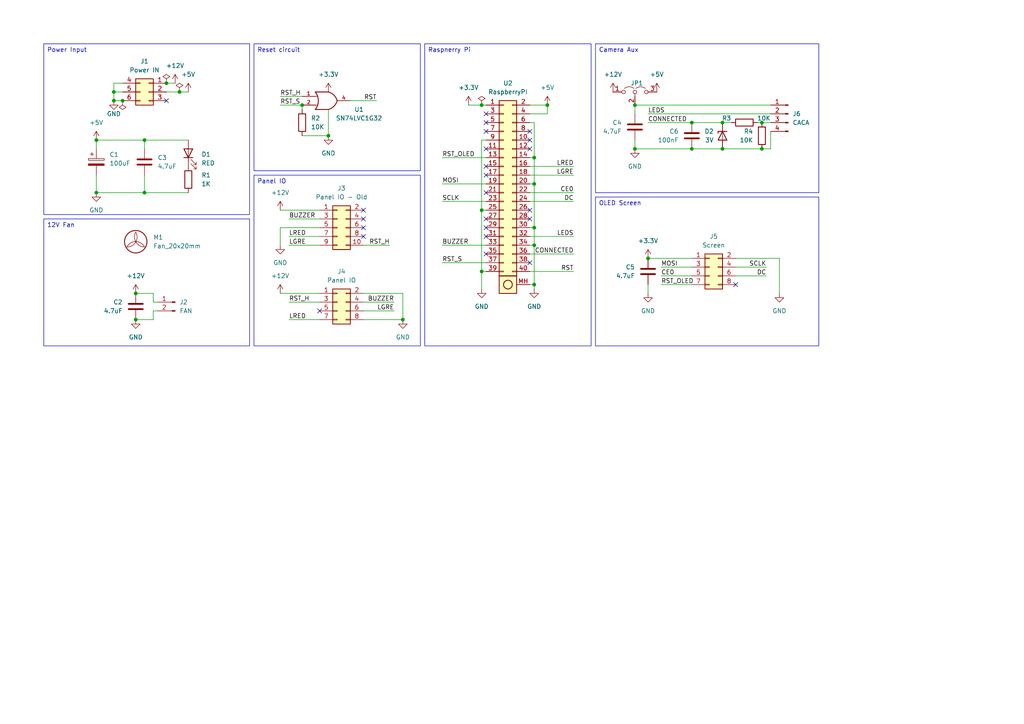
<source format=kicad_sch>
(kicad_sch (version 20230121) (generator eeschema)
  (paper "A4")
  (title_block (title "Carte IO Beacon") (date "2024-03-08") (rev "V3.3"))
  (lib_symbols
    (symbol "ComponentsEvo:Fan_20x20mm" (pin_names (offset 0))
      (property "Reference" "M" (at 0 6.35 0))
      (property "Value" "Fan_20x20mm" (at -6.35 -2.54 0))
      (symbol "Fan_20x20mm_0_1"
        (arc (start -2.54 -0.508) (mid 0.0028 0.9121) (end 0 3.81))
        (circle (center 0 1.016) (radius 3.2512) (stroke (width 0.254)))
        (arc (start 0 3.81) (mid 0.053 0.921) (end 2.54 -0.508))
        (arc (start 2.54 -0.508) (mid 0 1.0618) (end -2.54 -0.508))
      )
    )
    (symbol "ComponentsEvo:RaspberryPI" (pin_names (offset 1.016) hide)
      (property "Reference" "U" (at 0 26.67 0))
      (property "Value" "RaspberryPI" (at 0 -31.75 0))
      (symbol "RaspberryPI_0_1"
        (rectangle (start -2.54 -25.4) (end 2.54 -30.48) (stroke (width 0.254)) (fill (type background)))
        (circle (center 0 -27.94) (radius 1.27) (stroke (width 0.254)))
      )
      (symbol "RaspberryPI_1_1"
        (rectangle (start -2.54 -24.003) (end -1.27 -24.257) (stroke (width 0.1524)))
        (rectangle (start -2.54 -21.463) (end -1.27 -21.717) (stroke (width 0.1524)))
        (rectangle (start -2.54 -18.923) (end -1.27 -19.177) (stroke (width 0.1524)))
        (rectangle (start -2.54 -16.383) (end -1.27 -16.637) (stroke (width 0.1524)))
        (rectangle (start -2.54 -13.843) (end -1.27 -14.097) (stroke (width 0.1524)))
        (rectangle (start -2.54 -11.303) (end -1.27 -11.557) (stroke (width 0.1524)))
        (rectangle (start -2.54 -8.763) (end -1.27 -9.017) (stroke (width 0.1524)))
        (rectangle (start -2.54 -6.223) (end -1.27 -6.477) (stroke (width 0.1524)))
        (rectangle (start -2.54 -3.683) (end -1.27 -3.937) (stroke (width 0.1524)))
        (rectangle (start -2.54 -1.143) (end -1.27 -1.397) (stroke (width 0.1524)))
        (rectangle (start -2.54 1.397) (end -1.27 1.143) (stroke (width 0.1524)))
        (rectangle (start -2.54 3.937) (end -1.27 3.683) (stroke (width 0.1524)))
        (rectangle (start -2.54 6.477) (end -1.27 6.223) (stroke (width 0.1524)))
        (rectangle (start -2.54 9.017) (end -1.27 8.763) (stroke (width 0.1524)))
        (rectangle (start -2.54 11.557) (end -1.27 11.303) (stroke (width 0.1524)))
        (rectangle (start -2.54 14.097) (end -1.27 13.843) (stroke (width 0.1524)))
        (rectangle (start -2.54 16.637) (end -1.27 16.383) (stroke (width 0.1524)))
        (rectangle (start -2.54 19.177) (end -1.27 18.923) (stroke (width 0.1524)))
        (rectangle (start -2.54 21.717) (end -1.27 21.463) (stroke (width 0.1524)))
        (rectangle (start -2.54 24.257) (end -1.27 24.003) (stroke (width 0.1524)))
        (rectangle (start -2.54 25.4) (end 2.54 -25.4) (stroke (width 0.254)) (fill (type background)))
        (rectangle (start 2.54 -24.003) (end 1.27 -24.257) (stroke (width 0.1524)))
        (rectangle (start 2.54 -21.463) (end 1.27 -21.717) (stroke (width 0.1524)))
        (rectangle (start 2.54 -18.923) (end 1.27 -19.177) (stroke (width 0.1524)))
        (rectangle (start 2.54 -16.383) (end 1.27 -16.637) (stroke (width 0.1524)))
        (rectangle (start 2.54 -13.843) (end 1.27 -14.097) (stroke (width 0.1524)))
        (rectangle (start 2.54 -11.303) (end 1.27 -11.557) (stroke (width 0.1524)))
        (rectangle (start 2.54 -8.763) (end 1.27 -9.017) (stroke (width 0.1524)))
        (rectangle (start 2.54 -6.223) (end 1.27 -6.477) (stroke (width 0.1524)))
        (rectangle (start 2.54 -3.683) (end 1.27 -3.937) (stroke (width 0.1524)))
        (rectangle (start 2.54 -1.143) (end 1.27 -1.397) (stroke (width 0.1524)))
        (rectangle (start 2.54 1.397) (end 1.27 1.143) (stroke (width 0.1524)))
        (rectangle (start 2.54 3.937) (end 1.27 3.683) (stroke (width 0.1524)))
        (rectangle (start 2.54 6.477) (end 1.27 6.223) (stroke (width 0.1524)))
        (rectangle (start 2.54 9.017) (end 1.27 8.763) (stroke (width 0.1524)))
        (rectangle (start 2.54 11.557) (end 1.27 11.303) (stroke (width 0.1524)))
        (rectangle (start 2.54 14.097) (end 1.27 13.843) (stroke (width 0.1524)))
        (rectangle (start 2.54 16.637) (end 1.27 16.383) (stroke (width 0.1524)))
        (rectangle (start 2.54 19.177) (end 1.27 18.923) (stroke (width 0.1524)))
        (rectangle (start 2.54 21.717) (end 1.27 21.463) (stroke (width 0.1524)))
        (rectangle (start 2.54 24.257) (end 1.27 24.003) (stroke (width 0.1524)))
        (pin passive line (at -6.35 24.13 0) (length 3.81) (name "Pin_1") (number "1"))
        (pin passive line (at 6.35 13.97 180) (length 3.81) (name "Pin_10") (number "10"))
        (pin passive line (at -6.35 11.43 0) (length 3.81) (name "Pin_11") (number "11"))
        (pin passive line (at 6.35 11.43 180) (length 3.81) (name "Pin_12") (number "12"))
        (pin passive line (at -6.35 8.89 0) (length 3.81) (name "Pin_13") (number "13"))
        (pin passive line (at 6.35 8.89 180) (length 3.81) (name "Pin_14") (number "14"))
        (pin passive line (at -6.35 6.35 0) (length 3.81) (name "Pin_15") (number "15"))
        (pin passive line (at 6.35 6.35 180) (length 3.81) (name "Pin_16") (number "16"))
        (pin passive line (at -6.35 3.81 0) (length 3.81) (name "Pin_17") (number "17"))
        (pin passive line (at 6.35 3.81 180) (length 3.81) (name "Pin_18") (number "18"))
        (pin passive line (at -6.35 1.27 0) (length 3.81) (name "Pin_19") (number "19"))
        (pin passive line (at 6.35 24.13 180) (length 3.81) (name "Pin_2") (number "2"))
        (pin passive line (at 6.35 1.27 180) (length 3.81) (name "Pin_20") (number "20"))
        (pin passive line (at -6.35 -1.27 0) (length 3.81) (name "Pin_21") (number "21"))
        (pin passive line (at 6.35 -1.27 180) (length 3.81) (name "Pin_22") (number "22"))
        (pin passive line (at -6.35 -3.81 0) (length 3.81) (name "Pin_23") (number "23"))
        (pin passive line (at 6.35 -3.81 180) (length 3.81) (name "Pin_24") (number "24"))
        (pin passive line (at -6.35 -6.35 0) (length 3.81) (name "Pin_25") (number "25"))
        (pin passive line (at 6.35 -6.35 180) (length 3.81) (name "Pin_26") (number "26"))
        (pin passive line (at -6.35 -8.89 0) (length 3.81) (name "Pin_27") (number "27"))
        (pin passive line (at 6.35 -8.89 180) (length 3.81) (name "Pin_28") (number "28"))
        (pin passive line (at -6.35 -11.43 0) (length 3.81) (name "Pin_29") (number "29"))
        (pin passive line (at -6.35 21.59 0) (length 3.81) (name "Pin_3") (number "3"))
        (pin passive line (at 6.35 -11.43 180) (length 3.81) (name "Pin_30") (number "30"))
        (pin passive line (at -6.35 -13.97 0) (length 3.81) (name "Pin_31") (number "31"))
        (pin passive line (at 6.35 -13.97 180) (length 3.81) (name "Pin_32") (number "32"))
        (pin passive line (at -6.35 -16.51 0) (length 3.81) (name "Pin_33") (number "33"))
        (pin passive line (at 6.35 -16.51 180) (length 3.81) (name "Pin_34") (number "34"))
        (pin passive line (at -6.35 -19.05 0) (length 3.81) (name "Pin_35") (number "35"))
        (pin passive line (at 6.35 -19.05 180) (length 3.81) (name "Pin_36") (number "36"))
        (pin passive line (at -6.35 -21.59 0) (length 3.81) (name "Pin_37") (number "37"))
        (pin passive line (at 6.35 -21.59 180) (length 3.81) (name "Pin_38") (number "38"))
        (pin passive line (at -6.35 -24.13 0) (length 3.81) (name "Pin_39") (number "39"))
        (pin passive line (at 6.35 21.59 180) (length 3.81) (name "Pin_4") (number "4"))
        (pin passive line (at 6.35 -24.13 180) (length 3.81) (name "Pin_40") (number "40"))
        (pin passive line (at -6.35 19.05 0) (length 3.81) (name "Pin_5") (number "5"))
        (pin passive line (at 6.35 19.05 180) (length 3.81) (name "Pin_6") (number "6"))
        (pin passive line (at -6.35 16.51 0) (length 3.81) (name "Pin_7") (number "7"))
        (pin passive line (at 6.35 16.51 180) (length 3.81) (name "Pin_8") (number "8"))
        (pin passive line (at -6.35 13.97 0) (length 3.81) (name "Pin_9") (number "9"))
        (pin passive line (at 6.35 -27.94 180) (length 3.81) (name "MountingHoles") (number "MH"))
      )
    )
    (symbol "ComponentsEvo:SN74LVC1G32" (pin_names (offset 1.016) hide)
      (property "Reference" "U?" (at -0.635 7.62 0))
      (property "Value" "SN74LVC1G32" (at -0.635 5.08 0))
      (symbol "SN74LVC1G32_0_1"
        (arc (start -3.81 -2.54) (mid -2.919 0) (end -3.81 2.54) (stroke (width 0.254)))
        (arc (start 0 -2.54) (mid 1.5993 -1.6027) (end 2.54 0) (stroke (width 0.254)))
        (polyline (pts (xy -3.81 -1.27) (xy -3.175 -1.27)))
        (polyline (pts (xy -3.81 1.27) (xy -3.175 1.27)))
        (polyline (pts (xy 0 -2.54) (xy -3.81 -2.54)) (stroke (width 0.254)) (fill (type background)))
        (polyline (pts (xy 0 2.54) (xy -3.81 2.54)) (stroke (width 0.254)) (fill (type background)))
        (arc (start 2.54 0) (mid 1.6119 1.6152) (end 0 2.54) (stroke (width 0.254)))
      )
      (symbol "SN74LVC1G32_1_1"
        (pin input line (at -7.62 1.27 0) (length 3.81) (name "A") (number "1"))
        (pin input line (at -7.62 -1.27 0) (length 3.81) (name "B") (number "2"))
        (pin power_in line (at 0 -2.54 270) (length 0) hide (name "GND") (number "3"))
        (pin output line (at 6.35 0 180) (length 3.81) (name "S") (number "4"))
        (pin power_in line (at 0 2.54 90) (length 0) hide (name "VCC") (number "5"))
      )
    )
    (symbol "Connector:Conn_01x02_Pin" (pin_names (offset 1.016) hide)
      (property "Reference" "J" (at 0 2.54 0))
      (property "Value" "Conn_01x02_Pin" (at 0 -5.08 0))
      (symbol "Conn_01x02_Pin_1_1"
        (polyline (pts (xy 1.27 -2.54) (xy 0.8636 -2.54)) (stroke (width 0.1524)))
        (polyline (pts (xy 1.27 0) (xy 0.8636 0)) (stroke (width 0.1524)))
        (rectangle (start 0.8636 -2.413) (end 0 -2.667) (stroke (width 0.1524)) (fill (type outline)))
        (rectangle (start 0.8636 0.127) (end 0 -0.127) (stroke (width 0.1524)) (fill (type outline)))
        (pin passive line (at 5.08 0 180) (length 3.81) (name "Pin_1") (number "1"))
        (pin passive line (at 5.08 -2.54 180) (length 3.81) (name "Pin_2") (number "2"))
      )
    )
    (symbol "Connector:Conn_01x04_Pin" (pin_names (offset 1.016) hide)
      (property "Reference" "J" (at 0 5.08 0))
      (property "Value" "Conn_01x04_Pin" (at 0 -7.62 0))
      (symbol "Conn_01x04_Pin_1_1"
        (polyline (pts (xy 1.27 -5.08) (xy 0.8636 -5.08)) (stroke (width 0.1524)))
        (polyline (pts (xy 1.27 -2.54) (xy 0.8636 -2.54)) (stroke (width 0.1524)))
        (polyline (pts (xy 1.27 0) (xy 0.8636 0)) (stroke (width 0.1524)))
        (polyline (pts (xy 1.27 2.54) (xy 0.8636 2.54)) (stroke (width 0.1524)))
        (rectangle (start 0.8636 -4.953) (end 0 -5.207) (stroke (width 0.1524)) (fill (type outline)))
        (rectangle (start 0.8636 -2.413) (end 0 -2.667) (stroke (width 0.1524)) (fill (type outline)))
        (rectangle (start 0.8636 0.127) (end 0 -0.127) (stroke (width 0.1524)) (fill (type outline)))
        (rectangle (start 0.8636 2.667) (end 0 2.413) (stroke (width 0.1524)) (fill (type outline)))
        (pin passive line (at 5.08 2.54 180) (length 3.81) (name "Pin_1") (number "1"))
        (pin passive line (at 5.08 0 180) (length 3.81) (name "Pin_2") (number "2"))
        (pin passive line (at 5.08 -2.54 180) (length 3.81) (name "Pin_3") (number "3"))
        (pin passive line (at 5.08 -5.08 180) (length 3.81) (name "Pin_4") (number "4"))
      )
    )
    (symbol "Connector_Generic:Conn_02x03_Top_Bottom" (pin_names (offset 1.016) hide)
      (property "Reference" "J" (at 1.27 5.08 0))
      (property "Value" "Conn_02x03_Top_Bottom" (at 1.27 -5.08 0))
      (symbol "Conn_02x03_Top_Bottom_1_1"
        (rectangle (start -1.27 -2.413) (end 0 -2.667) (stroke (width 0.1524)))
        (rectangle (start -1.27 0.127) (end 0 -0.127) (stroke (width 0.1524)))
        (rectangle (start -1.27 2.667) (end 0 2.413) (stroke (width 0.1524)))
        (rectangle (start -1.27 3.81) (end 3.81 -3.81) (stroke (width 0.254)) (fill (type background)))
        (rectangle (start 3.81 -2.413) (end 2.54 -2.667) (stroke (width 0.1524)))
        (rectangle (start 3.81 0.127) (end 2.54 -0.127) (stroke (width 0.1524)))
        (rectangle (start 3.81 2.667) (end 2.54 2.413) (stroke (width 0.1524)))
        (pin passive line (at -5.08 2.54 0) (length 3.81) (name "Pin_1") (number "1"))
        (pin passive line (at -5.08 0 0) (length 3.81) (name "Pin_2") (number "2"))
        (pin passive line (at -5.08 -2.54 0) (length 3.81) (name "Pin_3") (number "3"))
        (pin passive line (at 7.62 2.54 180) (length 3.81) (name "Pin_4") (number "4"))
        (pin passive line (at 7.62 0 180) (length 3.81) (name "Pin_5") (number "5"))
        (pin passive line (at 7.62 -2.54 180) (length 3.81) (name "Pin_6") (number "6"))
      )
    )
    (symbol "Connector_Generic:Conn_02x04_Odd_Even" (pin_names (offset 1.016) hide)
      (property "Reference" "J" (at 1.27 5.08 0))
      (property "Value" "Conn_02x04_Odd_Even" (at 1.27 -7.62 0))
      (symbol "Conn_02x04_Odd_Even_1_1"
        (rectangle (start -1.27 -4.953) (end 0 -5.207) (stroke (width 0.1524)))
        (rectangle (start -1.27 -2.413) (end 0 -2.667) (stroke (width 0.1524)))
        (rectangle (start -1.27 0.127) (end 0 -0.127) (stroke (width 0.1524)))
        (rectangle (start -1.27 2.667) (end 0 2.413) (stroke (width 0.1524)))
        (rectangle (start -1.27 3.81) (end 3.81 -6.35) (stroke (width 0.254)) (fill (type background)))
        (rectangle (start 3.81 -4.953) (end 2.54 -5.207) (stroke (width 0.1524)))
        (rectangle (start 3.81 -2.413) (end 2.54 -2.667) (stroke (width 0.1524)))
        (rectangle (start 3.81 0.127) (end 2.54 -0.127) (stroke (width 0.1524)))
        (rectangle (start 3.81 2.667) (end 2.54 2.413) (stroke (width 0.1524)))
        (pin passive line (at -5.08 2.54 0) (length 3.81) (name "Pin_1") (number "1"))
        (pin passive line (at 7.62 2.54 180) (length 3.81) (name "Pin_2") (number "2"))
        (pin passive line (at -5.08 0 0) (length 3.81) (name "Pin_3") (number "3"))
        (pin passive line (at 7.62 0 180) (length 3.81) (name "Pin_4") (number "4"))
        (pin passive line (at -5.08 -2.54 0) (length 3.81) (name "Pin_5") (number "5"))
        (pin passive line (at 7.62 -2.54 180) (length 3.81) (name "Pin_6") (number "6"))
        (pin passive line (at -5.08 -5.08 0) (length 3.81) (name "Pin_7") (number "7"))
        (pin passive line (at 7.62 -5.08 180) (length 3.81) (name "Pin_8") (number "8"))
      )
    )
    (symbol "Connector_Generic:Conn_02x05_Odd_Even" (pin_names (offset 1.016) hide)
      (property "Reference" "J" (at 1.27 7.62 0))
      (property "Value" "Conn_02x05_Odd_Even" (at 1.27 -7.62 0))
      (symbol "Conn_02x05_Odd_Even_1_1"
        (rectangle (start -1.27 -4.953) (end 0 -5.207) (stroke (width 0.1524)))
        (rectangle (start -1.27 -2.413) (end 0 -2.667) (stroke (width 0.1524)))
        (rectangle (start -1.27 0.127) (end 0 -0.127) (stroke (width 0.1524)))
        (rectangle (start -1.27 2.667) (end 0 2.413) (stroke (width 0.1524)))
        (rectangle (start -1.27 5.207) (end 0 4.953) (stroke (width 0.1524)))
        (rectangle (start -1.27 6.35) (end 3.81 -6.35) (stroke (width 0.254)) (fill (type background)))
        (rectangle (start 3.81 -4.953) (end 2.54 -5.207) (stroke (width 0.1524)))
        (rectangle (start 3.81 -2.413) (end 2.54 -2.667) (stroke (width 0.1524)))
        (rectangle (start 3.81 0.127) (end 2.54 -0.127) (stroke (width 0.1524)))
        (rectangle (start 3.81 2.667) (end 2.54 2.413) (stroke (width 0.1524)))
        (rectangle (start 3.81 5.207) (end 2.54 4.953) (stroke (width 0.1524)))
        (pin passive line (at -5.08 5.08 0) (length 3.81) (name "Pin_1") (number "1"))
        (pin passive line (at 7.62 -5.08 180) (length 3.81) (name "Pin_10") (number "10"))
        (pin passive line (at 7.62 5.08 180) (length 3.81) (name "Pin_2") (number "2"))
        (pin passive line (at -5.08 2.54 0) (length 3.81) (name "Pin_3") (number "3"))
        (pin passive line (at 7.62 2.54 180) (length 3.81) (name "Pin_4") (number "4"))
        (pin passive line (at -5.08 0 0) (length 3.81) (name "Pin_5") (number "5"))
        (pin passive line (at 7.62 0 180) (length 3.81) (name "Pin_6") (number "6"))
        (pin passive line (at -5.08 -2.54 0) (length 3.81) (name "Pin_7") (number "7"))
        (pin passive line (at 7.62 -2.54 180) (length 3.81) (name "Pin_8") (number "8"))
        (pin passive line (at -5.08 -5.08 0) (length 3.81) (name "Pin_9") (number "9"))
      )
    )
    (symbol "Device:C" (pin_numbers hide) (pin_names (offset 0.254))
      (property "Reference" "C" (at 0.635 2.54 0))
      (property "Value" "C" (at 0.635 -2.54 0))
      (symbol "C_0_1"
        (polyline (pts (xy -2.032 -0.762) (xy 2.032 -0.762)) (stroke (width 0.508)))
        (polyline (pts (xy -2.032 0.762) (xy 2.032 0.762)) (stroke (width 0.508)))
      )
      (symbol "C_1_1"
        (pin passive line (at 0 3.81 270) (length 2.794) (name "~") (number "1"))
        (pin passive line (at 0 -3.81 90) (length 2.794) (name "~") (number "2"))
      )
    )
    (symbol "Device:C_Polarized" (pin_numbers hide) (pin_names (offset 0.254))
      (property "Reference" "C" (at 0.635 2.54 0))
      (property "Value" "C_Polarized" (at 0.635 -2.54 0))
      (symbol "C_Polarized_0_1"
        (rectangle (start -2.286 0.508) (end 2.286 1.016))
        (polyline (pts (xy -1.778 2.286) (xy -0.762 2.286)))
        (polyline (pts (xy -1.27 2.794) (xy -1.27 1.778)))
        (rectangle (start 2.286 -0.508) (end -2.286 -1.016) (fill (type outline)))
      )
      (symbol "C_Polarized_1_1"
        (pin passive line (at 0 3.81 270) (length 2.794) (name "~") (number "1"))
        (pin passive line (at 0 -3.81 90) (length 2.794) (name "~") (number "2"))
      )
    )
    (symbol "Device:D_Zener" (pin_numbers hide) (pin_names (offset 1.016) hide)
      (property "Reference" "D" (at 0 2.54 0))
      (property "Value" "D_Zener" (at 0 -2.54 0))
      (symbol "D_Zener_0_1"
        (polyline (pts (xy 1.27 0) (xy -1.27 0)))
        (polyline (pts (xy -1.27 -1.27) (xy -1.27 1.27) (xy -0.762 1.27)) (stroke (width 0.254)))
        (polyline (pts (xy 1.27 -1.27) (xy 1.27 1.27) (xy -1.27 0) (xy 1.27 -1.27)) (stroke (width 0.254)))
      )
      (symbol "D_Zener_1_1"
        (pin passive line (at -3.81 0 0) (length 2.54) (name "K") (number "1"))
        (pin passive line (at 3.81 0 180) (length 2.54) (name "A") (number "2"))
      )
    )
    (symbol "Device:LED" (pin_numbers hide) (pin_names (offset 1.016) hide)
      (property "Reference" "D" (at 0 2.54 0))
      (property "Value" "LED" (at 0 -2.54 0))
      (symbol "LED_0_1"
        (polyline (pts (xy -1.27 -1.27) (xy -1.27 1.27)) (stroke (width 0.254)))
        (polyline (pts (xy -1.27 0) (xy 1.27 0)))
        (polyline (pts (xy 1.27 -1.27) (xy 1.27 1.27) (xy -1.27 0) (xy 1.27 -1.27)) (stroke (width 0.254)))
        (polyline (pts (xy -3.048 -0.762) (xy -4.572 -2.286) (xy -3.81 -2.286) (xy -4.572 -2.286) (xy -4.572 -1.524)))
        (polyline (pts (xy -1.778 -0.762) (xy -3.302 -2.286) (xy -2.54 -2.286) (xy -3.302 -2.286) (xy -3.302 -1.524)))
      )
      (symbol "LED_1_1"
        (pin passive line (at -3.81 0 0) (length 2.54) (name "K") (number "1"))
        (pin passive line (at 3.81 0 180) (length 2.54) (name "A") (number "2"))
      )
    )
    (symbol "Device:R" (pin_numbers hide) (pin_names (offset 0))
      (property "Reference" "R" (at 2.032 0 90))
      (property "Value" "R" (at 0 0 90))
      (symbol "R_0_1"
        (rectangle (start -1.016 -2.54) (end 1.016 2.54) (stroke (width 0.254)))
      )
      (symbol "R_1_1"
        (pin passive line (at 0 3.81 270) (length 1.27) (name "~") (number "1"))
        (pin passive line (at 0 -3.81 90) (length 1.27) (name "~") (number "2"))
      )
    )
    (symbol "Jumper:Jumper_3_Open" (pin_names (offset 0) hide)
      (property "Reference" "JP" (at -2.54 -2.54 0))
      (property "Value" "Jumper_3_Open" (at 0 2.794 0))
      (symbol "Jumper_3_Open_0_0"
        (circle (center -3.302 0) (radius 0.508))
        (circle (center 0 0) (radius 0.508))
        (circle (center 3.302 0) (radius 0.508))
      )
      (symbol "Jumper_3_Open_0_1"
        (arc (start -0.254 1.016) (mid -1.651 1.4992) (end -3.048 1.016))
        (polyline (pts (xy 0 -0.508) (xy 0 -1.27)))
        (arc (start 3.048 1.016) (mid 1.651 1.4992) (end 0.254 1.016))
      )
      (symbol "Jumper_3_Open_1_1"
        (pin passive line (at -6.35 0 0) (length 2.54) (name "A") (number "1"))
        (pin passive line (at 0 -3.81 90) (length 2.54) (name "C") (number "2"))
        (pin passive line (at 6.35 0 180) (length 2.54) (name "B") (number "3"))
      )
    )
    (symbol "power:+12V" (power) (pin_names (offset 0))
      (property "Value" "+12V" (at 0 3.556 0))
      (symbol "+12V_0_1"
        (polyline (pts (xy -0.762 1.27) (xy 0 2.54)))
        (polyline (pts (xy 0 0) (xy 0 2.54)))
        (polyline (pts (xy 0 2.54) (xy 0.762 1.27)))
      )
      (symbol "+12V_1_1"
        (pin power_in line (at 0 0 90) (length 0) hide (name "+12V") (number "1"))
      )
    )
    (symbol "power:+3.3V" (power) (pin_names (offset 0))
      (property "Value" "+3.3V" (at 0 3.556 0))
      (symbol "+3.3V_0_1"
        (polyline (pts (xy -0.762 1.27) (xy 0 2.54)))
        (polyline (pts (xy 0 0) (xy 0 2.54)))
        (polyline (pts (xy 0 2.54) (xy 0.762 1.27)))
      )
      (symbol "+3.3V_1_1"
        (pin power_in line (at 0 0 90) (length 0) hide (name "+3.3V") (number "1"))
      )
    )
    (symbol "power:+5V" (power) (pin_names (offset 0))
      (property "Value" "+5V" (at 0 3.556 0))
      (symbol "+5V_0_1"
        (polyline (pts (xy -0.762 1.27) (xy 0 2.54)))
        (polyline (pts (xy 0 0) (xy 0 2.54)))
        (polyline (pts (xy 0 2.54) (xy 0.762 1.27)))
      )
      (symbol "+5V_1_1"
        (pin power_in line (at 0 0 90) (length 0) hide (name "+5V") (number "1"))
      )
    )
    (symbol "power:GND" (power) (pin_names (offset 0))
      (property "Value" "GND" (at 0 -3.81 0))
      (symbol "GND_0_1"
        (polyline (pts (xy 0 0) (xy 0 -1.27) (xy 1.27 -1.27) (xy 0 -2.54) (xy -1.27 -1.27) (xy 0 -1.27)))
      )
      (symbol "GND_1_1"
        (pin power_in line (at 0 0 270) (length 0) hide (name "GND") (number "1"))
      )
    )
    (symbol "power:PWR_FLAG" (power) (pin_numbers hide) (pin_names (offset 0) hide)
      (property "Value" "PWR_FLAG" (at 0 3.81 0))
      (symbol "PWR_FLAG_0_0"
        (pin power_out line (at 0 0 90) (length 0) (name "pwr") (number "1"))
      )
      (symbol "PWR_FLAG_0_1"
        (polyline (pts (xy 0 0) (xy 0 1.27) (xy -1.016 1.905) (xy 0 2.54) (xy 1.016 1.905) (xy 0 1.27)))
      )
    )
  )
  (junction (at 116.84 92.71))
  (junction (at 35.56 29.21))
  (junction (at 33.02 29.21))
  (junction (at 187.96 74.93))
  (junction (at 95.25 39.37))
  (junction (at 154.94 71.12))
  (junction (at 209.55 35.56))
  (junction (at 220.98 35.56))
  (junction (at 154.94 45.72))
  (junction (at 154.94 53.34))
  (junction (at 158.75 30.48))
  (junction (at 200.66 43.18))
  (junction (at 154.94 82.55))
  (junction (at 33.02 26.67))
  (junction (at 139.7 60.96))
  (junction (at 139.7 30.48))
  (junction (at 27.94 55.88))
  (junction (at 154.94 66.04))
  (junction (at 184.15 30.48))
  (junction (at 200.66 35.56))
  (junction (at 52.07 26.67))
  (junction (at 48.26 24.13))
  (junction (at 184.15 43.18))
  (junction (at 220.98 43.18))
  (junction (at 41.91 40.64))
  (junction (at 41.91 55.88))
  (junction (at 27.94 40.64))
  (junction (at 139.7 78.74))
  (junction (at 39.37 92.71))
  (junction (at 87.63 30.48))
  (junction (at 39.37 85.09))
  (junction (at 209.55 43.18))
  (no_connect (at 140.97 73.66))
  (no_connect (at 153.67 60.96))
  (no_connect (at 153.67 76.2))
  (no_connect (at 153.67 40.64))
  (no_connect (at 105.41 60.96))
  (no_connect (at 140.97 66.04))
  (no_connect (at 140.97 43.18))
  (no_connect (at 140.97 68.58))
  (no_connect (at 153.67 38.1))
  (no_connect (at 140.97 63.5))
  (no_connect (at 92.71 90.17))
  (no_connect (at 140.97 55.88))
  (no_connect (at 140.97 33.02))
  (no_connect (at 105.41 66.04))
  (no_connect (at 153.67 43.18))
  (no_connect (at 105.41 68.58))
  (no_connect (at 153.67 63.5))
  (no_connect (at 48.26 29.21))
  (no_connect (at 105.41 63.5))
  (no_connect (at 213.36 82.55))
  (no_connect (at 140.97 38.1))
  (no_connect (at 140.97 50.8))
  (no_connect (at 140.97 35.56))
  (no_connect (at 140.97 48.26))
  (wire (pts (xy 153.67 82.55) (xy 154.94 82.55)))
  (wire (pts (xy 27.94 55.88) (xy 27.94 50.8)))
  (wire (pts (xy 140.97 40.64) (xy 139.7 40.64)))
  (wire (pts (xy 128.27 53.34) (xy 140.97 53.34)))
  (wire (pts (xy 219.71 35.56) (xy 220.98 35.56)))
  (wire (pts (xy 83.82 87.63) (xy 92.71 87.63)))
  (wire (pts (xy 154.94 66.04) (xy 154.94 71.12)))
  (wire (pts (xy 200.66 35.56) (xy 209.55 35.56)))
  (wire (pts (xy 184.15 43.18) (xy 200.66 43.18)))
  (wire (pts (xy 105.41 92.71) (xy 116.84 92.71)))
  (wire (pts (xy 213.36 77.47) (xy 222.25 77.47)))
  (wire (pts (xy 105.41 87.63) (xy 114.3 87.63)))
  (wire (pts (xy 41.91 55.88) (xy 54.61 55.88)))
  (wire (pts (xy 139.7 78.74) (xy 140.97 78.74)))
  (wire (pts (xy 154.94 83.82) (xy 154.94 82.55)))
  (wire (pts (xy 44.45 85.09) (xy 39.37 85.09)))
  (wire (pts (xy 139.7 78.74) (xy 139.7 60.96)))
  (wire (pts (xy 33.02 24.13) (xy 33.02 26.67)))
  (wire (pts (xy 95.25 31.75) (xy 95.25 39.37)))
  (wire (pts (xy 128.27 45.72) (xy 140.97 45.72)))
  (wire (pts (xy 223.52 38.1) (xy 223.52 43.18)))
  (wire (pts (xy 187.96 74.93) (xy 200.66 74.93)))
  (wire (pts (xy 153.67 48.26) (xy 166.37 48.26)))
  (wire (pts (xy 213.36 80.01) (xy 222.25 80.01)))
  (wire (pts (xy 87.63 30.48) (xy 87.63 31.75)))
  (wire (pts (xy 184.15 30.48) (xy 223.52 30.48)))
  (wire (pts (xy 81.28 30.48) (xy 87.63 30.48)))
  (wire (pts (xy 81.28 60.96) (xy 92.71 60.96)))
  (wire (pts (xy 223.52 43.18) (xy 220.98 43.18)))
  (wire (pts (xy 153.67 78.74) (xy 166.37 78.74)))
  (wire (pts (xy 44.45 92.71) (xy 44.45 90.17)))
  (wire (pts (xy 200.66 43.18) (xy 209.55 43.18)))
  (wire (pts (xy 184.15 40.64) (xy 184.15 43.18)))
  (wire (pts (xy 153.67 50.8) (xy 166.37 50.8)))
  (wire (pts (xy 45.72 87.63) (xy 44.45 87.63)))
  (wire (pts (xy 105.41 85.09) (xy 116.84 85.09)))
  (wire (pts (xy 83.82 71.12) (xy 92.71 71.12)))
  (wire (pts (xy 52.07 26.67) (xy 54.61 26.67)))
  (wire (pts (xy 187.96 35.56) (xy 200.66 35.56)))
  (wire (pts (xy 209.55 43.18) (xy 220.98 43.18)))
  (wire (pts (xy 153.67 45.72) (xy 154.94 45.72)))
  (wire (pts (xy 135.89 30.48) (xy 139.7 30.48)))
  (wire (pts (xy 105.41 90.17) (xy 114.3 90.17)))
  (wire (pts (xy 83.82 63.5) (xy 92.71 63.5)))
  (wire (pts (xy 33.02 26.67) (xy 33.02 29.21)))
  (wire (pts (xy 81.28 85.09) (xy 92.71 85.09)))
  (wire (pts (xy 153.67 55.88) (xy 166.37 55.88)))
  (wire (pts (xy 27.94 43.18) (xy 27.94 40.64)))
  (wire (pts (xy 154.94 35.56) (xy 154.94 45.72)))
  (wire (pts (xy 191.77 80.01) (xy 200.66 80.01)))
  (wire (pts (xy 209.55 35.56) (xy 212.09 35.56)))
  (wire (pts (xy 92.71 66.04) (xy 81.28 66.04)))
  (wire (pts (xy 191.77 82.55) (xy 200.66 82.55)))
  (wire (pts (xy 184.15 30.48) (xy 184.15 33.02)))
  (wire (pts (xy 101.6 29.21) (xy 109.22 29.21)))
  (wire (pts (xy 48.26 24.13) (xy 50.8 24.13)))
  (wire (pts (xy 153.67 58.42) (xy 166.37 58.42)))
  (wire (pts (xy 153.67 68.58) (xy 166.37 68.58)))
  (wire (pts (xy 191.77 77.47) (xy 200.66 77.47)))
  (wire (pts (xy 128.27 76.2) (xy 140.97 76.2)))
  (wire (pts (xy 105.41 71.12) (xy 113.03 71.12)))
  (wire (pts (xy 226.06 74.93) (xy 226.06 85.09)))
  (wire (pts (xy 95.25 39.37) (xy 87.63 39.37)))
  (wire (pts (xy 41.91 40.64) (xy 54.61 40.64)))
  (wire (pts (xy 153.67 66.04) (xy 154.94 66.04)))
  (wire (pts (xy 153.67 73.66) (xy 166.37 73.66)))
  (wire (pts (xy 48.26 26.67) (xy 52.07 26.67)))
  (wire (pts (xy 153.67 30.48) (xy 158.75 30.48)))
  (wire (pts (xy 154.94 53.34) (xy 154.94 66.04)))
  (wire (pts (xy 187.96 82.55) (xy 187.96 85.09)))
  (wire (pts (xy 33.02 26.67) (xy 35.56 26.67)))
  (wire (pts (xy 44.45 87.63) (xy 44.45 85.09)))
  (wire (pts (xy 213.36 74.93) (xy 226.06 74.93)))
  (wire (pts (xy 27.94 55.88) (xy 41.91 55.88)))
  (wire (pts (xy 44.45 90.17) (xy 45.72 90.17)))
  (wire (pts (xy 139.7 30.48) (xy 140.97 30.48)))
  (wire (pts (xy 128.27 71.12) (xy 140.97 71.12)))
  (wire (pts (xy 39.37 92.71) (xy 44.45 92.71)))
  (wire (pts (xy 139.7 78.74) (xy 139.7 83.82)))
  (wire (pts (xy 41.91 43.18) (xy 41.91 40.64)))
  (wire (pts (xy 220.98 35.56) (xy 223.52 35.56)))
  (wire (pts (xy 35.56 24.13) (xy 33.02 24.13)))
  (wire (pts (xy 116.84 85.09) (xy 116.84 92.71)))
  (wire (pts (xy 158.75 30.48) (xy 158.75 33.02)))
  (wire (pts (xy 153.67 53.34) (xy 154.94 53.34)))
  (wire (pts (xy 153.67 35.56) (xy 154.94 35.56)))
  (wire (pts (xy 83.82 92.71) (xy 92.71 92.71)))
  (wire (pts (xy 139.7 40.64) (xy 139.7 60.96)))
  (wire (pts (xy 81.28 66.04) (xy 81.28 71.12)))
  (wire (pts (xy 27.94 40.64) (xy 41.91 40.64)))
  (wire (pts (xy 83.82 68.58) (xy 92.71 68.58)))
  (wire (pts (xy 41.91 50.8) (xy 41.91 55.88)))
  (wire (pts (xy 154.94 45.72) (xy 154.94 53.34)))
  (wire (pts (xy 153.67 33.02) (xy 158.75 33.02)))
  (wire (pts (xy 128.27 58.42) (xy 140.97 58.42)))
  (wire (pts (xy 154.94 71.12) (xy 154.94 82.55)))
  (wire (pts (xy 153.67 71.12) (xy 154.94 71.12)))
  (wire (pts (xy 33.02 29.21) (xy 35.56 29.21)))
  (wire (pts (xy 187.96 33.02) (xy 223.52 33.02)))
  (wire (pts (xy 81.28 27.94) (xy 87.63 27.94)))
  (wire (pts (xy 139.7 60.96) (xy 140.97 60.96)))
  (text_box "Reset circuit" (at 73.66 12.7 0) (size 48.26 36.83) (effects (font (size 1.27 1.27)) (justify left top)))
  (text_box "Camera Aux" (at 172.72 12.7 0) (size 64.77 43.18) (effects (font (size 1.27 1.27)) (justify left top)))
  (text_box "12V Fan" (at 12.7 63.5 0) (size 59.69 36.83) (effects (font (size 1.27 1.27)) (justify left top)))
  (text_box "Power Input" (at 12.7 12.7 0) (size 59.69 49.53) (effects (font (size 1.27 1.27)) (justify left top)))
  (text_box "OLED Screen" (at 172.72 57.15 0) (size 64.77 43.18) (effects (font (size 1.27 1.27)) (justify left top)))
  (text_box "Panel IO" (at 73.66 50.8 0) (size 48.26 49.53) (effects (font (size 1.27 1.27)) (justify left top)))
  (text_box "Raspnerry Pi" (at 123.19 12.7 0) (size 48.26 87.63) (effects (font (size 1.27 1.27)) (justify left top)))
  (label "LEDS" (at 187.96 33.02 0))
  (label "LGRE" (at 83.82 71.12 0))
  (label "LGRE" (at 114.3 90.17 180))
  (label "RST_H" (at 83.82 87.63 0))
  (label "CONNECTED" (at 166.37 73.66 180))
  (label "RST_OLED" (at 128.27 45.72 0))
  (label "BUZZER" (at 114.3 87.63 180))
  (label "BUZZER" (at 128.27 71.12 0))
  (label "LRED" (at 166.37 48.26 180))
  (label "RST" (at 166.37 78.74 180))
  (label "MOSI" (at 191.77 77.47 0))
  (label "DC" (at 222.25 80.01 180))
  (label "LGRE" (at 166.37 50.8 180))
  (label "RST" (at 109.22 29.21 180))
  (label "RST_H" (at 81.28 27.94 0))
  (label "SCLK" (at 222.25 77.47 180))
  (label "RST_S" (at 81.28 30.48 0))
  (label "RST_S" (at 128.27 76.2 0))
  (label "CONNECTED" (at 187.96 35.56 0))
  (label "MOSI" (at 128.27 53.34 0))
  (label "LEDS" (at 166.37 68.58 180))
  (label "RST_H" (at 113.03 71.12 180))
  (label "RST_OLED" (at 191.77 82.55 0))
  (label "CE0" (at 166.37 55.88 180))
  (label "BUZZER" (at 83.82 63.5 0))
  (label "LRED" (at 83.82 92.71 0))
  (label "CE0" (at 191.77 80.01 0))
  (label "SCLK" (at 128.27 58.42 0))
  (label "LRED" (at 83.82 68.58 0))
  (label "DC" (at 166.37 58.42 180))
  (symbol (lib_id "power:PWR_FLAG") (at 48.26 24.13 0) (unit 1)
    (property "Reference" "#FLG02" (effects hide))
    (property "Value" "PWR_FLAG" (effects hide))
  )
  (symbol (lib_id "power:+5V") (at 27.94 40.64 0) (unit 1)
    (property "Reference" "#PWR01" (effects hide))
    (property "Value" "+5V" (at 27.94 35.56 0))
  )
  (symbol (lib_id "power:+5V") (at 54.61 26.67 0) (unit 1)
    (property "Reference" "#PWR07" (effects hide))
    (property "Value" "+5V" (at 54.61 21.59 0))
  )
  (symbol (lib_id "Connector:Conn_01x04_Pin") (at 228.6 33.02 0) (mirror y) (unit 1)
    (property "Reference" "J6" (at 229.87 33.02 0) (effects (justify right)))
    (property "Value" "CACA" (at 229.87 35.56 0) (effects (justify right)))
    (property "Footprint" "ConnectorsEvo:S04B-PASK" (effects hide))
  )
  (symbol (lib_id "Connector_Generic:Conn_02x04_Odd_Even") (at 97.79 87.63 0) (unit 1)
    (property "Reference" "J4" (at 99.06 78.74 0))
    (property "Value" "Panel IO" (at 99.06 81.28 0))
    (property "Footprint" "ConnectorsEvo:690367280876" (effects hide))
  )
  (symbol (lib_id "Device:C") (at 41.91 46.99 180) (unit 1)
    (property "Reference" "C3" (at 45.72 45.7199 0) (effects (justify right)))
    (property "Value" "4.7uF" (at 45.72 48.2599 0) (effects (justify right)))
    (property "Footprint" "Capacitor_SMD:C_0603_1608Metric" (effects hide))
  )
  (symbol (lib_id "power:GND") (at 95.25 39.37 0) (unit 1)
    (property "Reference" "#PWR012" (effects hide))
    (property "Value" "GND" (at 95.25 44.45 0))
  )
  (symbol (lib_id "power:+12V") (at 177.8 26.67 0) (unit 1)
    (property "Reference" "#PWR018" (effects hide))
    (property "Value" "+12V" (at 177.8 21.59 0))
  )
  (symbol (lib_id "power:GND") (at 187.96 85.09 0) (mirror y) (unit 1)
    (property "Reference" "#PWR021" (effects hide))
    (property "Value" "GND" (at 187.96 90.17 0))
  )
  (symbol (lib_id "Device:C") (at 39.37 88.9 0) (mirror x) (unit 1)
    (property "Reference" "C2" (at 35.56 87.6299 0) (effects (justify right)))
    (property "Value" "4.7uF" (at 35.56 90.1699 0) (effects (justify right)))
    (property "Footprint" "Capacitor_SMD:C_0603_1608Metric" (effects hide))
  )
  (symbol (lib_id "Device:R") (at 215.9 35.56 90) (mirror x) (unit 1)
    (property "Reference" "R3" (at 212.09 34.29 90) (effects (justify left)))
    (property "Value" "10K" (at 223.52 34.29 90) (effects (justify left)))
    (property "Footprint" "Resistor_SMD:R_0603_1608Metric" (effects hide))
  )
  (symbol (lib_id "power:PWR_FLAG") (at 52.07 26.67 0) (unit 1)
    (property "Reference" "#FLG03" (effects hide))
    (property "Value" "PWR_FLAG" (effects hide))
  )
  (symbol (lib_id "power:GND") (at 184.15 43.18 0) (mirror y) (unit 1)
    (property "Reference" "#PWR019" (effects hide))
    (property "Value" "GND" (at 184.15 48.26 0))
  )
  (symbol (lib_id "power:GND") (at 27.94 55.88 0) (unit 1)
    (property "Reference" "#PWR02" (effects hide))
    (property "Value" "GND" (at 27.94 60.96 0))
  )
  (symbol (lib_id "Jumper:Jumper_3_Open") (at 184.15 26.67 0) (unit 1)
    (property "Reference" "JP1" (at 182.88 24.13 0) (effects (justify left)))
    (property "Value" "Jumper_3_Open" (effects hide))
    (property "Footprint" "Connector_PinHeader_2.54mm:PinHeader_1x03_P2.54mm_Vertical" (effects hide))
  )
  (symbol (lib_id "Device:D_Zener") (at 209.55 39.37 90) (mirror x) (unit 1)
    (property "Reference" "D2" (at 207.01 38.1 90) (effects (justify left)))
    (property "Value" "3V" (at 207.01 40.64 90) (effects (justify left)))
    (property "Footprint" "Diode_SMD:D_SOD-523" (effects hide))
  )
  (symbol (lib_id "power:GND") (at 226.06 85.09 0) (mirror y) (unit 1)
    (property "Reference" "#PWR023" (effects hide))
    (property "Value" "GND" (at 226.06 90.17 0))
  )
  (symbol (lib_id "Connector_Generic:Conn_02x04_Odd_Even") (at 205.74 77.47 0) (unit 1)
    (property "Reference" "J5" (at 207.01 68.58 0))
    (property "Value" "Screen" (at 207.01 71.12 0))
    (property "Footprint" "ConnectorsEvo:690367280876" (effects hide))
  )
  (symbol (lib_id "power:+3.3V") (at 187.96 74.93 0) (unit 1)
    (property "Reference" "#PWR020" (effects hide))
    (property "Value" "+3.3V" (at 187.96 69.85 0))
  )
  (symbol (lib_id "ComponentsEvo:RaspberryPI") (at 147.32 54.61 0) (unit 1)
    (property "Reference" "U2" (at 147.32 24.13 0))
    (property "Value" "RaspberryPI" (at 147.32 26.67 0))
    (property "Footprint" "ComponentsEvo:Shield_Raspberry_Pi_with_11mm_Header" (effects hide))
  )
  (symbol (lib_id "power:PWR_FLAG") (at 139.7 30.48 0) (unit 1)
    (property "Reference" "#FLG04" (effects hide))
    (property "Value" "PWR_FLAG" (effects hide))
  )
  (symbol (lib_id "power:GND") (at 154.94 83.82 0) (unit 1)
    (property "Reference" "#PWR016" (effects hide))
    (property "Value" "GND" (at 154.94 88.9 0))
  )
  (symbol (lib_id "power:+5V") (at 158.75 30.48 0) (unit 1)
    (property "Reference" "#PWR017" (effects hide))
    (property "Value" "+5V" (at 158.75 25.4 0))
  )
  (symbol (lib_id "ComponentsEvo:Fan_20x20mm") (at 39.37 71.12 0) (unit 1)
    (property "Reference" "M1" (at 44.45 68.8339 0) (effects (justify left)))
    (property "Value" "Fan_20x20mm" (at 44.45 71.3739 0) (effects (justify left)))
    (property "Footprint" "ComponentsEvo:20x20x10_DC_FAN" (effects hide))
  )
  (symbol (lib_id "power:PWR_FLAG") (at 35.56 29.21 180) (unit 1)
    (property "Reference" "#FLG01" (effects hide))
    (property "Value" "PWR_FLAG" (effects hide))
  )
  (symbol (lib_id "power:+12V") (at 81.28 60.96 0) (unit 1)
    (property "Reference" "#PWR08" (effects hide))
    (property "Value" "+12V" (at 81.28 55.88 0))
  )
  (symbol (lib_id "Connector:Conn_01x02_Pin") (at 50.8 87.63 0) (mirror y) (unit 1)
    (property "Reference" "J2" (at 52.07 87.63 0) (effects (justify right)))
    (property "Value" "FAN" (at 52.07 90.17 0) (effects (justify right)))
    (property "Footprint" "ConnectorsEvo:B02B-PASK" (effects hide))
  )
  (symbol (lib_id "power:+12V") (at 39.37 85.09 0) (unit 1)
    (property "Reference" "#PWR04" (effects hide))
    (property "Value" "+12V" (at 39.37 80.01 0))
  )
  (symbol (lib_id "Device:R") (at 54.61 52.07 0) (unit 1)
    (property "Reference" "R1" (at 58.42 50.8 0) (effects (justify left)))
    (property "Value" "1K" (at 58.42 53.34 0) (effects (justify left)))
    (property "Footprint" "Resistor_SMD:R_0603_1608Metric" (effects hide))
  )
  (symbol (lib_id "power:GND") (at 81.28 71.12 0) (unit 1)
    (property "Reference" "#PWR09" (effects hide))
    (property "Value" "GND" (at 81.28 76.2 0))
  )
  (symbol (lib_id "Device:R") (at 220.98 39.37 0) (mirror y) (unit 1)
    (property "Reference" "R4" (at 218.44 38.0999 0) (effects (justify left)))
    (property "Value" "10K" (at 218.44 40.6399 0) (effects (justify left)))
    (property "Footprint" "Resistor_SMD:R_0603_1608Metric" (effects hide))
  )
  (symbol (lib_id "power:GND") (at 116.84 92.71 0) (unit 1)
    (property "Reference" "#PWR013" (effects hide))
    (property "Value" "GND" (at 116.84 97.79 0))
  )
  (symbol (lib_id "ComponentsEvo:SN74LVC1G32") (at 95.25 29.21 0) (unit 1)
    (property "Reference" "U1" (at 104.14 31.75 0))
    (property "Value" "SN74LVC1G32" (at 104.14 34.29 0))
    (property "Footprint" "Package_TO_SOT_SMD:SOT-23-5" (effects hide))
  )
  (symbol (lib_id "power:GND") (at 33.02 29.21 0) (unit 1)
    (property "Reference" "#PWR03" (effects hide))
    (property "Value" "GND" (at 33.02 33.02 0))
  )
  (symbol (lib_id "Device:C") (at 200.66 39.37 0) (mirror x) (unit 1)
    (property "Reference" "C6" (at 196.85 38.0999 0) (effects (justify right)))
    (property "Value" "100nF" (at 196.85 40.6399 0) (effects (justify right)))
    (property "Footprint" "Capacitor_SMD:C_0603_1608Metric" (effects hide))
  )
  (symbol (lib_id "Connector_Generic:Conn_02x05_Odd_Even") (at 97.79 66.04 0) (unit 1)
    (property "Reference" "J3" (at 99.06 54.61 0))
    (property "Value" "Panel IO - Old" (at 99.06 57.15 0))
    (property "Footprint" "ConnectorsEvo:690367281076" (effects hide))
  )
  (symbol (lib_id "power:+3.3V") (at 135.89 30.48 0) (unit 1)
    (property "Reference" "#PWR014" (effects hide))
    (property "Value" "+3.3V" (at 135.89 25.4 0))
  )
  (symbol (lib_id "Device:C") (at 184.15 36.83 0) (mirror x) (unit 1)
    (property "Reference" "C4" (at 180.34 35.5599 0) (effects (justify right)))
    (property "Value" "4.7uF" (at 180.34 38.0999 0) (effects (justify right)))
    (property "Footprint" "Capacitor_SMD:C_0603_1608Metric" (effects hide))
  )
  (symbol (lib_id "power:+12V") (at 50.8 24.13 0) (unit 1)
    (property "Reference" "#PWR06" (effects hide))
    (property "Value" "+12V" (at 50.8 19.05 0))
  )
  (symbol (lib_id "Connector_Generic:Conn_02x03_Top_Bottom") (at 43.18 26.67 0) (mirror y) (unit 1)
    (property "Reference" "J1" (at 41.91 17.78 0))
    (property "Value" "Power IN" (at 41.91 20.32 0))
    (property "Footprint" "ConnectorsEvo:66200621022" (effects hide))
  )
  (symbol (lib_id "Device:C") (at 187.96 78.74 0) (mirror x) (unit 1)
    (property "Reference" "C5" (at 184.15 77.4699 0) (effects (justify right)))
    (property "Value" "4.7uF" (at 184.15 80.0099 0) (effects (justify right)))
    (property "Footprint" "Capacitor_SMD:C_0603_1608Metric" (effects hide))
  )
  (symbol (lib_id "Device:C_Polarized") (at 27.94 46.99 0) (unit 1)
    (property "Reference" "C1" (at 31.75 44.8309 0) (effects (justify left)))
    (property "Value" "100uF" (at 31.75 47.3709 0) (effects (justify left)))
    (property "Footprint" "Capacitor_SMD:CP_Elec_6.3x7.7" (effects hide))
  )
  (symbol (lib_id "power:+12V") (at 81.28 85.09 0) (unit 1)
    (property "Reference" "#PWR010" (effects hide))
    (property "Value" "+12V" (at 81.28 80.01 0))
  )
  (symbol (lib_id "power:GND") (at 39.37 92.71 0) (unit 1)
    (property "Reference" "#PWR05" (effects hide))
    (property "Value" "GND" (at 39.37 97.79 0))
  )
  (symbol (lib_id "power:+5V") (at 190.5 26.67 0) (unit 1)
    (property "Reference" "#PWR022" (effects hide))
    (property "Value" "+5V" (at 190.5 21.59 0))
  )
  (symbol (lib_id "power:+3.3V") (at 95.25 26.67 0) (unit 1)
    (property "Reference" "#PWR011" (effects hide))
    (property "Value" "+3.3V" (at 95.25 21.59 0))
  )
  (symbol (lib_id "power:GND") (at 139.7 83.82 0) (unit 1)
    (property "Reference" "#PWR015" (effects hide))
    (property "Value" "GND" (at 139.7 88.9 0))
  )
  (symbol (lib_id "Device:R") (at 87.63 35.56 0) (unit 1)
    (property "Reference" "R2" (at 90.17 34.2899 0) (effects (justify left)))
    (property "Value" "10K" (at 90.17 36.8299 0) (effects (justify left)))
    (property "Footprint" "Resistor_SMD:R_0603_1608Metric" (effects hide))
  )
  (symbol (lib_id "Device:LED") (at 54.61 44.45 90) (unit 1)
    (property "Reference" "D1" (at 58.42 44.7675 90) (effects (justify right)))
    (property "Value" "RED" (at 58.42 47.3075 90) (effects (justify right)))
    (property "Footprint" "Diode_SMD:D_0805_2012Metric" (effects hide))
  )
)
</source>
